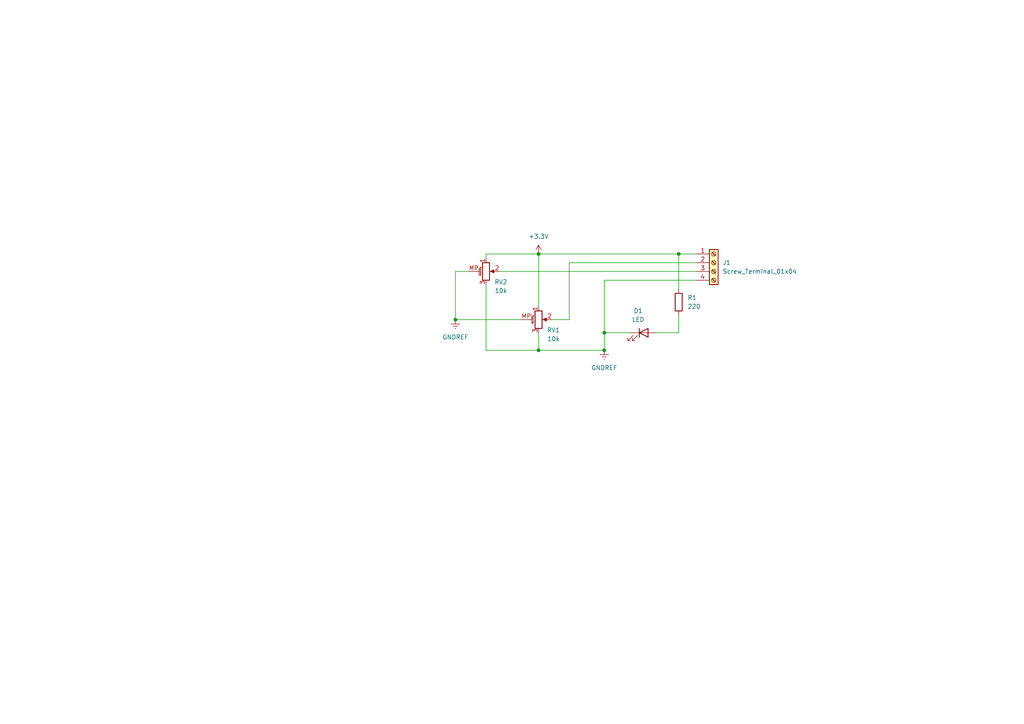
<source format=kicad_sch>
(kicad_sch (version 20250114) (generator "eeschema") (generator_version "9.0")
  (paper "A4")
  (lib_symbols
    (symbol "Connector:Screw_Terminal_01x04" (pin_names (offset 1.016) (hide yes))
      (property "Reference" "J" (at 0 5.08 0))
      (property "Value" "Screw_Terminal_01x04" (at 0 -7.62 0))
      (symbol "Screw_Terminal_01x04_1_1"
        (rectangle (start -1.27 3.81) (end 1.27 -6.35) (stroke (width 0.254)) (fill (type background)))
        (polyline (pts (xy -0.5334 2.8702) (xy 0.3302 2.032)) (stroke (width 0.1524)))
        (polyline (pts (xy -0.5334 0.3302) (xy 0.3302 -0.508)) (stroke (width 0.1524)))
        (polyline (pts (xy -0.5334 -2.2098) (xy 0.3302 -3.048)) (stroke (width 0.1524)))
        (polyline (pts (xy -0.5334 -4.7498) (xy 0.3302 -5.588)) (stroke (width 0.1524)))
        (polyline (pts (xy -0.3556 3.048) (xy 0.508 2.2098)) (stroke (width 0.1524)))
        (polyline (pts (xy -0.3556 0.508) (xy 0.508 -0.3302)) (stroke (width 0.1524)))
        (polyline (pts (xy -0.3556 -2.032) (xy 0.508 -2.8702)) (stroke (width 0.1524)))
        (polyline (pts (xy -0.3556 -4.572) (xy 0.508 -5.4102)) (stroke (width 0.1524)))
        (circle (center 0 2.54) (radius 0.635) (stroke (width 0.1524)))
        (circle (center 0 0) (radius 0.635) (stroke (width 0.1524)))
        (circle (center 0 -2.54) (radius 0.635) (stroke (width 0.1524)))
        (circle (center 0 -5.08) (radius 0.635) (stroke (width 0.1524)))
        (pin passive line (at -5.08 2.54 0) (length 3.81) (name "Pin_1") (number "1"))
        (pin passive line (at -5.08 0 0) (length 3.81) (name "Pin_2") (number "2"))
        (pin passive line (at -5.08 -2.54 0) (length 3.81) (name "Pin_3") (number "3"))
        (pin passive line (at -5.08 -5.08 0) (length 3.81) (name "Pin_4") (number "4"))
      )
    )
    (symbol "Device:LED" (pin_numbers (hide yes)) (pin_names (offset 1.016) (hide yes))
      (property "Reference" "D" (at 0 2.54 0))
      (property "Value" "LED" (at 0 -2.54 0))
      (symbol "LED_0_1"
        (polyline (pts (xy -3.048 -0.762) (xy -4.572 -2.286) (xy -3.81 -2.286) (xy -4.572 -2.286) (xy -4.572 -1.524)))
        (polyline (pts (xy -1.778 -0.762) (xy -3.302 -2.286) (xy -2.54 -2.286) (xy -3.302 -2.286) (xy -3.302 -1.524)))
        (polyline (pts (xy -1.27 0) (xy 1.27 0)))
        (polyline (pts (xy -1.27 -1.27) (xy -1.27 1.27)) (stroke (width 0.254)))
        (polyline (pts (xy 1.27 -1.27) (xy 1.27 1.27) (xy -1.27 0) (xy 1.27 -1.27)) (stroke (width 0.254)))
      )
      (symbol "LED_1_1"
        (pin passive line (at -3.81 0 0) (length 2.54) (name "K") (number "1"))
        (pin passive line (at 3.81 0 180) (length 2.54) (name "A") (number "2"))
      )
    )
    (symbol "Device:R" (pin_numbers (hide yes)) (pin_names (offset 0))
      (property "Reference" "R" (at 2.032 0 90))
      (property "Value" "R" (at 0 0 90))
      (symbol "R_0_1"
        (rectangle (start -1.016 -2.54) (end 1.016 2.54) (stroke (width 0.254)))
      )
      (symbol "R_1_1"
        (pin passive line (at 0 3.81 270) (length 1.27) (name "~") (number "1"))
        (pin passive line (at 0 -3.81 90) (length 1.27) (name "~") (number "2"))
      )
    )
    (symbol "Device:R_Potentiometer_MountingPin" (pin_names (offset 1.016) (hide yes))
      (property "Reference" "RV" (at -8.255 0 90))
      (property "Value" "R_Potentiometer_MountingPin" (at -6.35 0 90))
      (symbol "R_Potentiometer_MountingPin_0_1"
        (rectangle (start 1.016 2.54) (end -1.016 -2.54) (stroke (width 0.254)))
        (polyline (pts (xy 1.143 0) (xy 2.286 0.508) (xy 2.286 -0.508)) (fill (type outline)))
        (polyline (pts (xy 2.54 0) (xy 1.524 0)))
      )
      (symbol "R_Potentiometer_MountingPin_1_1"
        (polyline (pts (xy -2.032 1.016) (xy -2.032 -1.016)) (stroke (width 0.1524)))
        (text "Mounting" (at -1.651 0 900) (effects (font (size 0.381 0.381))))
        (pin passive line (at -5.08 0 0) (length 3.048) (name "MountPin") (number "MP"))
        (pin passive line (at 0 3.81 270) (length 1.27) (name "1") (number "1"))
        (pin passive line (at 0 -3.81 90) (length 1.27) (name "3") (number "3"))
        (pin passive line (at 3.81 0 180) (length 1.27) (name "2") (number "2"))
      )
    )
    (symbol "power:+3.3V" (power) (pin_numbers (hide yes)) (pin_names (offset 0) (hide yes))
      (property "Value" "+3.3V" (at 0 3.556 0))
      (symbol "+3.3V_0_1"
        (polyline (pts (xy -0.762 1.27) (xy 0 2.54)))
        (polyline (pts (xy 0 2.54) (xy 0.762 1.27)))
        (polyline (pts (xy 0 0) (xy 0 2.54)))
      )
      (symbol "+3.3V_1_1"
        (pin power_in line (at 0 0 90) (length 0) (name "~") (number "1"))
      )
    )
    (symbol "power:GNDREF" (power) (pin_numbers (hide yes)) (pin_names (offset 0) (hide yes))
      (property "Value" "GNDREF" (at 0 -3.81 0))
      (symbol "GNDREF_0_1"
        (polyline (pts (xy -0.635 -1.905) (xy 0.635 -1.905)))
        (polyline (pts (xy -0.127 -2.54) (xy 0.127 -2.54)))
        (polyline (pts (xy 0 -1.27) (xy 0 0)))
        (polyline (pts (xy 1.27 -1.27) (xy -1.27 -1.27)))
      )
      (symbol "GNDREF_1_1"
        (pin power_in line (at 0 0 270) (length 0) (name "~") (number "1"))
      )
    )
  )
  (junction (at 156.21 73.66))
  (junction (at 156.21 101.6))
  (junction (at 175.26 101.6))
  (junction (at 196.85 73.66))
  (junction (at 132.08 92.71))
  (junction (at 175.26 96.52))
  (wire (pts (xy 132.08 78.74) (xy 132.08 92.71)))
  (wire (pts (xy 132.08 92.71) (xy 151.13 92.71)))
  (wire (pts (xy 175.26 96.52) (xy 182.88 96.52)))
  (wire (pts (xy 135.89 78.74) (xy 132.08 78.74)))
  (wire (pts (xy 196.85 73.66) (xy 201.93 73.66)))
  (wire (pts (xy 165.1 76.2) (xy 201.93 76.2)))
  (wire (pts (xy 140.97 74.93) (xy 140.97 73.66)))
  (wire (pts (xy 196.85 96.52) (xy 190.5 96.52)))
  (wire (pts (xy 175.26 96.52) (xy 175.26 81.28)))
  (wire (pts (xy 156.21 73.66) (xy 196.85 73.66)))
  (wire (pts (xy 156.21 88.9) (xy 156.21 73.66)))
  (wire (pts (xy 196.85 73.66) (xy 196.85 83.82)))
  (wire (pts (xy 140.97 82.55) (xy 140.97 101.6)))
  (wire (pts (xy 196.85 91.44) (xy 196.85 96.52)))
  (wire (pts (xy 175.26 81.28) (xy 201.93 81.28)))
  (wire (pts (xy 175.26 101.6) (xy 175.26 96.52)))
  (wire (pts (xy 156.21 101.6) (xy 175.26 101.6)))
  (wire (pts (xy 156.21 96.52) (xy 156.21 101.6)))
  (wire (pts (xy 144.78 78.74) (xy 201.93 78.74)))
  (wire (pts (xy 160.02 92.71) (xy 165.1 92.71)))
  (wire (pts (xy 165.1 92.71) (xy 165.1 76.2)))
  (wire (pts (xy 140.97 101.6) (xy 156.21 101.6)))
  (wire (pts (xy 140.97 73.66) (xy 156.21 73.66)))
  (symbol (lib_id "power:GNDREF") (at 132.08 92.71 0) (unit 1)
    (property "Reference" "#PWR03" (effects (hide yes)))
    (property "Value" "GNDREF" (at 132.08 97.79 0))
    (property "Description" "Power symbol creates a global label with name \"GNDREF\" , reference supply ground" (effects (hide yes)))
  )
  (symbol (lib_id "Connector:Screw_Terminal_01x04") (at 207.01 76.2 0) (unit 1)
    (property "Reference" "J1" (at 209.55 76.1999 0) (effects (justify left)))
    (property "Value" "Screw_Terminal_01x04" (at 209.55 78.7399 0) (effects (justify left)))
    (property "Footprint" "TerminalBlock_Phoenix:TerminalBlock_Phoenix_MKDS-1,5-4-5.08_1x04_P5.08mm_Horizontal" (effects (hide yes)))
    (property "Description" "Generic screw terminal, single row, 01x04, script generated (kicad-library-utils/schlib/autogen/connector/)" (effects (hide yes)))
  )
  (symbol (lib_id "power:GNDREF") (at 175.26 101.6 0) (unit 1)
    (property "Reference" "#PWR01" (effects (hide yes)))
    (property "Value" "GNDREF" (at 175.26 106.68 0))
    (property "Description" "Power symbol creates a global label with name \"GNDREF\" , reference supply ground" (effects (hide yes)))
  )
  (symbol (lib_id "power:+3.3V") (at 156.21 73.66 0) (unit 1)
    (property "Reference" "#PWR02" (effects (hide yes)))
    (property "Value" "+3.3V" (at 156.21 68.58 0))
    (property "Description" "Power symbol creates a global label with name \"+3.3V\"" (effects (hide yes)))
  )
  (symbol (lib_id "Device:R_Potentiometer_MountingPin") (at 140.97 78.74 0) (unit 1)
    (property "Reference" "RV2" (at 145.288 81.788 0))
    (property "Value" "10k" (at 145.288 84.328 0))
    (property "Footprint" "Potentiometer_THT:Potentiometer_Bourns_PTA4543_Single_Slide" (effects (hide yes)))
    (property "Description" "Potentiometer with a mounting pin" (effects (hide yes)))
  )
  (symbol (lib_id "Device:LED") (at 186.69 96.52 0) (unit 1)
    (property "Reference" "D1" (at 185.1025 90.17 0))
    (property "Value" "LED" (at 185.1025 92.71 0))
    (property "Footprint" "LED_THT:LED_D3.0mm" (effects (hide yes)))
    (property "Description" "Light emitting diode" (effects (hide yes)))
    (property "Sim.Pins" "1=K 2=A" (effects (hide yes)))
  )
  (symbol (lib_id "Device:R") (at 196.85 87.63 0) (unit 1)
    (property "Reference" "R1" (at 199.39 86.3599 0) (effects (justify left)))
    (property "Value" "220" (at 199.39 88.8999 0) (effects (justify left)))
    (property "Footprint" "Resistor_THT:R_Axial_DIN0309_L9.0mm_D3.2mm_P12.70mm_Horizontal" (effects (hide yes)))
    (property "Description" "Resistor" (effects (hide yes)))
  )
  (symbol (lib_id "Device:R_Potentiometer_MountingPin") (at 156.21 92.71 0) (unit 1)
    (property "Reference" "RV1" (at 160.528 95.758 0))
    (property "Value" "10k" (at 160.528 98.298 0))
    (property "Footprint" "Potentiometer_THT:Potentiometer_Bourns_PTA4543_Single_Slide" (effects (hide yes)))
    (property "Description" "Potentiometer with a mounting pin" (effects (hide yes)))
  )
)
</source>
